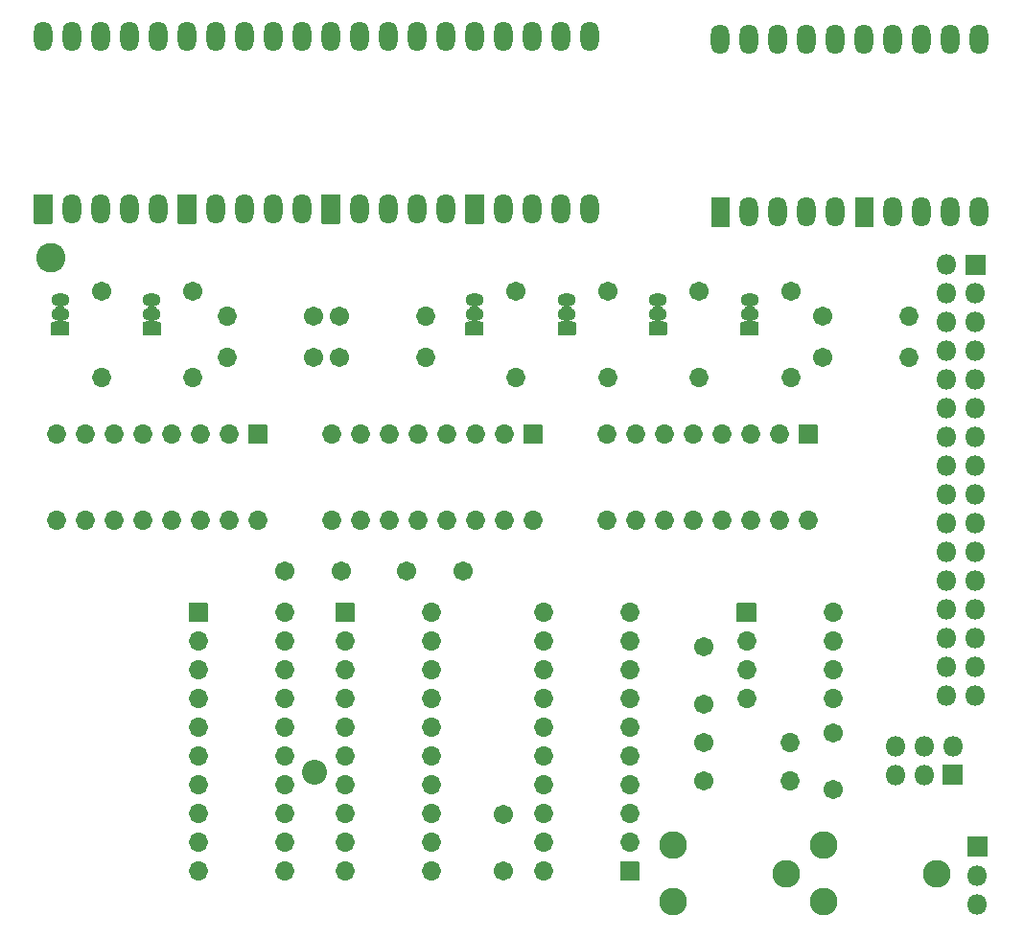
<source format=gts>
G04 #@! TF.GenerationSoftware,KiCad,Pcbnew,(5.1.9)-1*
G04 #@! TF.CreationDate,2022-12-05T11:19:59+00:00*
G04 #@! TF.ProjectId,AT_HEX,41545f48-4558-42e6-9b69-6361645f7063,rev?*
G04 #@! TF.SameCoordinates,Original*
G04 #@! TF.FileFunction,Soldermask,Top*
G04 #@! TF.FilePolarity,Negative*
%FSLAX46Y46*%
G04 Gerber Fmt 4.6, Leading zero omitted, Abs format (unit mm)*
G04 Created by KiCad (PCBNEW (5.1.9)-1) date 2022-12-05 11:19:59*
%MOMM*%
%LPD*%
G01*
G04 APERTURE LIST*
%ADD10C,2.202000*%
%ADD11C,2.602000*%
%ADD12C,1.702000*%
%ADD13O,1.626000X2.626000*%
%ADD14O,1.602000X1.152000*%
%ADD15O,1.702000X1.702000*%
%ADD16C,2.442000*%
%ADD17O,1.802000X1.802000*%
%ADD18C,0.100000*%
G04 APERTURE END LIST*
D10*
X160890000Y-104775000D03*
D11*
X137615000Y-59300000D03*
D12*
X169015000Y-87050000D03*
X174015000Y-87050000D03*
X158242000Y-87050000D03*
X163242000Y-87050000D03*
X177565000Y-108525000D03*
X177565000Y-113525000D03*
D13*
X209438000Y-40042000D03*
X211978000Y-40042000D03*
X214518000Y-40042000D03*
X217058000Y-40042000D03*
X219598000Y-40042000D03*
X219598000Y-55282000D03*
X217058000Y-55282000D03*
X214518000Y-55282000D03*
X211978000Y-55282000D03*
G36*
G01*
X208625000Y-56544000D02*
X208625000Y-54020000D01*
G75*
G02*
X208676000Y-53969000I51000J0D01*
G01*
X210200000Y-53969000D01*
G75*
G02*
X210251000Y-54020000I0J-51000D01*
G01*
X210251000Y-56544000D01*
G75*
G02*
X210200000Y-56595000I-51000J0D01*
G01*
X208676000Y-56595000D01*
G75*
G02*
X208625000Y-56544000I0J51000D01*
G01*
G37*
D12*
X195290000Y-98750000D03*
X195290000Y-93750000D03*
G36*
G01*
X175756000Y-66196000D02*
X174256000Y-66196000D01*
G75*
G02*
X174205000Y-66145000I0J51000D01*
G01*
X174205000Y-65095000D01*
G75*
G02*
X174256000Y-65044000I51000J0D01*
G01*
X175756000Y-65044000D01*
G75*
G02*
X175807000Y-65095000I0J-51000D01*
G01*
X175807000Y-66145000D01*
G75*
G02*
X175756000Y-66196000I-51000J0D01*
G01*
G37*
D14*
X175006000Y-63080000D03*
X175006000Y-64350000D03*
X183166000Y-64350000D03*
X183166000Y-63080000D03*
G36*
G01*
X183916000Y-66196000D02*
X182416000Y-66196000D01*
G75*
G02*
X182365000Y-66145000I0J51000D01*
G01*
X182365000Y-65095000D01*
G75*
G02*
X182416000Y-65044000I51000J0D01*
G01*
X183916000Y-65044000D01*
G75*
G02*
X183967000Y-65095000I0J-51000D01*
G01*
X183967000Y-66145000D01*
G75*
G02*
X183916000Y-66196000I-51000J0D01*
G01*
G37*
D15*
X202910000Y-105525000D03*
D12*
X195290000Y-105525000D03*
X195290000Y-102150000D03*
D15*
X202910000Y-102150000D03*
D12*
X186806000Y-62290000D03*
D15*
X186806000Y-69910000D03*
X153162000Y-64520000D03*
D12*
X160782000Y-64520000D03*
G36*
G01*
X189573000Y-112738000D02*
X189573000Y-114338000D01*
G75*
G02*
X189522000Y-114389000I-51000J0D01*
G01*
X187922000Y-114389000D01*
G75*
G02*
X187871000Y-114338000I0J51000D01*
G01*
X187871000Y-112738000D01*
G75*
G02*
X187922000Y-112687000I51000J0D01*
G01*
X189522000Y-112687000D01*
G75*
G02*
X189573000Y-112738000I0J-51000D01*
G01*
G37*
D15*
X181102000Y-90678000D03*
X188722000Y-110998000D03*
X181102000Y-93218000D03*
X188722000Y-108458000D03*
X181102000Y-95758000D03*
X188722000Y-105918000D03*
X181102000Y-98298000D03*
X188722000Y-103378000D03*
X181102000Y-100838000D03*
X188722000Y-100838000D03*
X181102000Y-103378000D03*
X188722000Y-98298000D03*
X181102000Y-105918000D03*
X188722000Y-95758000D03*
X181102000Y-108458000D03*
X188722000Y-93218000D03*
X181102000Y-110998000D03*
X188722000Y-90678000D03*
X181102000Y-113538000D03*
G36*
G01*
X198189000Y-91478000D02*
X198189000Y-89878000D01*
G75*
G02*
X198240000Y-89827000I51000J0D01*
G01*
X199840000Y-89827000D01*
G75*
G02*
X199891000Y-89878000I0J-51000D01*
G01*
X199891000Y-91478000D01*
G75*
G02*
X199840000Y-91529000I-51000J0D01*
G01*
X198240000Y-91529000D01*
G75*
G02*
X198189000Y-91478000I0J51000D01*
G01*
G37*
X206660000Y-98298000D03*
X199040000Y-93218000D03*
X206660000Y-95758000D03*
X199040000Y-95758000D03*
X206660000Y-93218000D03*
X199040000Y-98298000D03*
X206660000Y-90678000D03*
G36*
G01*
X139174000Y-66196000D02*
X137674000Y-66196000D01*
G75*
G02*
X137623000Y-66145000I0J51000D01*
G01*
X137623000Y-65095000D01*
G75*
G02*
X137674000Y-65044000I51000J0D01*
G01*
X139174000Y-65044000D01*
G75*
G02*
X139225000Y-65095000I0J-51000D01*
G01*
X139225000Y-66145000D01*
G75*
G02*
X139174000Y-66196000I-51000J0D01*
G01*
G37*
D14*
X138424000Y-63080000D03*
X138424000Y-64350000D03*
X146529333Y-64350000D03*
X146529333Y-63080000D03*
G36*
G01*
X147279333Y-66196000D02*
X145779333Y-66196000D01*
G75*
G02*
X145728333Y-66145000I0J51000D01*
G01*
X145728333Y-65095000D01*
G75*
G02*
X145779333Y-65044000I51000J0D01*
G01*
X147279333Y-65044000D01*
G75*
G02*
X147330333Y-65095000I0J-51000D01*
G01*
X147330333Y-66145000D01*
G75*
G02*
X147279333Y-66196000I-51000J0D01*
G01*
G37*
X191210666Y-64350000D03*
X191210666Y-63080000D03*
G36*
G01*
X191960666Y-66196000D02*
X190460666Y-66196000D01*
G75*
G02*
X190409666Y-66145000I0J51000D01*
G01*
X190409666Y-65095000D01*
G75*
G02*
X190460666Y-65044000I51000J0D01*
G01*
X191960666Y-65044000D01*
G75*
G02*
X192011666Y-65095000I0J-51000D01*
G01*
X192011666Y-66145000D01*
G75*
G02*
X191960666Y-66196000I-51000J0D01*
G01*
G37*
G36*
G01*
X200066000Y-66196000D02*
X198566000Y-66196000D01*
G75*
G02*
X198515000Y-66145000I0J51000D01*
G01*
X198515000Y-65095000D01*
G75*
G02*
X198566000Y-65044000I51000J0D01*
G01*
X200066000Y-65044000D01*
G75*
G02*
X200117000Y-65095000I0J-51000D01*
G01*
X200117000Y-66145000D01*
G75*
G02*
X200066000Y-66196000I-51000J0D01*
G01*
G37*
X199316000Y-63080000D03*
X199316000Y-64350000D03*
D12*
X160782000Y-68160000D03*
D15*
X153162000Y-68160000D03*
D12*
X142064000Y-62290000D03*
D15*
X142064000Y-69910000D03*
X150169333Y-69910000D03*
D12*
X150169333Y-62290000D03*
D15*
X213360000Y-64520000D03*
D12*
X205740000Y-64520000D03*
G36*
G01*
X203670000Y-74079000D02*
X205270000Y-74079000D01*
G75*
G02*
X205321000Y-74130000I0J-51000D01*
G01*
X205321000Y-75730000D01*
G75*
G02*
X205270000Y-75781000I-51000J0D01*
G01*
X203670000Y-75781000D01*
G75*
G02*
X203619000Y-75730000I0J51000D01*
G01*
X203619000Y-74130000D01*
G75*
G02*
X203670000Y-74079000I51000J0D01*
G01*
G37*
D15*
X186690000Y-82550000D03*
X201930000Y-74930000D03*
X189230000Y-82550000D03*
X199390000Y-74930000D03*
X191770000Y-82550000D03*
X196850000Y-74930000D03*
X194310000Y-82550000D03*
X194310000Y-74930000D03*
X196850000Y-82550000D03*
X191770000Y-74930000D03*
X199390000Y-82550000D03*
X189230000Y-74930000D03*
X201930000Y-82550000D03*
X186690000Y-74930000D03*
X204470000Y-82550000D03*
X180167000Y-82550000D03*
X162387000Y-74930000D03*
X177627000Y-82550000D03*
X164927000Y-74930000D03*
X175087000Y-82550000D03*
X167467000Y-74930000D03*
X172547000Y-82550000D03*
X170007000Y-74930000D03*
X170007000Y-82550000D03*
X172547000Y-74930000D03*
X167467000Y-82550000D03*
X175087000Y-74930000D03*
X164927000Y-82550000D03*
X177627000Y-74930000D03*
X162387000Y-82550000D03*
G36*
G01*
X179367000Y-74079000D02*
X180967000Y-74079000D01*
G75*
G02*
X181018000Y-74130000I0J-51000D01*
G01*
X181018000Y-75730000D01*
G75*
G02*
X180967000Y-75781000I-51000J0D01*
G01*
X179367000Y-75781000D01*
G75*
G02*
X179316000Y-75730000I0J51000D01*
G01*
X179316000Y-74130000D01*
G75*
G02*
X179367000Y-74079000I51000J0D01*
G01*
G37*
X170688000Y-68160000D03*
D12*
X163068000Y-68160000D03*
D15*
X170688000Y-64520000D03*
D12*
X163068000Y-64520000D03*
D15*
X178646000Y-69910000D03*
D12*
X178646000Y-62290000D03*
X205740000Y-68160000D03*
D15*
X213360000Y-68160000D03*
D12*
X194850666Y-62290000D03*
D15*
X194850666Y-69910000D03*
D12*
X202956000Y-62290000D03*
D15*
X202956000Y-69910000D03*
G36*
G01*
X155064000Y-74079000D02*
X156664000Y-74079000D01*
G75*
G02*
X156715000Y-74130000I0J-51000D01*
G01*
X156715000Y-75730000D01*
G75*
G02*
X156664000Y-75781000I-51000J0D01*
G01*
X155064000Y-75781000D01*
G75*
G02*
X155013000Y-75730000I0J51000D01*
G01*
X155013000Y-74130000D01*
G75*
G02*
X155064000Y-74079000I51000J0D01*
G01*
G37*
X138084000Y-82550000D03*
X153324000Y-74930000D03*
X140624000Y-82550000D03*
X150784000Y-74930000D03*
X143164000Y-82550000D03*
X148244000Y-74930000D03*
X145704000Y-82550000D03*
X145704000Y-74930000D03*
X148244000Y-82550000D03*
X143164000Y-74930000D03*
X150784000Y-82550000D03*
X140624000Y-74930000D03*
X153324000Y-82550000D03*
X138084000Y-74930000D03*
X155864000Y-82550000D03*
G36*
G01*
X162725000Y-91478000D02*
X162725000Y-89878000D01*
G75*
G02*
X162776000Y-89827000I51000J0D01*
G01*
X164376000Y-89827000D01*
G75*
G02*
X164427000Y-89878000I0J-51000D01*
G01*
X164427000Y-91478000D01*
G75*
G02*
X164376000Y-91529000I-51000J0D01*
G01*
X162776000Y-91529000D01*
G75*
G02*
X162725000Y-91478000I0J51000D01*
G01*
G37*
X171196000Y-113538000D03*
X163576000Y-93218000D03*
X171196000Y-110998000D03*
X163576000Y-95758000D03*
X171196000Y-108458000D03*
X163576000Y-98298000D03*
X171196000Y-105918000D03*
X163576000Y-100838000D03*
X171196000Y-103378000D03*
X163576000Y-103378000D03*
X171196000Y-100838000D03*
X163576000Y-105918000D03*
X171196000Y-98298000D03*
X163576000Y-108458000D03*
X171196000Y-95758000D03*
X163576000Y-110998000D03*
X171196000Y-93218000D03*
X163576000Y-113538000D03*
X171196000Y-90678000D03*
X158242000Y-90678000D03*
X150622000Y-113538000D03*
X158242000Y-93218000D03*
X150622000Y-110998000D03*
X158242000Y-95758000D03*
X150622000Y-108458000D03*
X158242000Y-98298000D03*
X150622000Y-105918000D03*
X158242000Y-100838000D03*
X150622000Y-103378000D03*
X158242000Y-103378000D03*
X150622000Y-100838000D03*
X158242000Y-105918000D03*
X150622000Y-98298000D03*
X158242000Y-108458000D03*
X150622000Y-95758000D03*
X158242000Y-110998000D03*
X150622000Y-93218000D03*
X158242000Y-113538000D03*
G36*
G01*
X149771000Y-91478000D02*
X149771000Y-89878000D01*
G75*
G02*
X149822000Y-89827000I51000J0D01*
G01*
X151422000Y-89827000D01*
G75*
G02*
X151473000Y-89878000I0J-51000D01*
G01*
X151473000Y-91478000D01*
G75*
G02*
X151422000Y-91529000I-51000J0D01*
G01*
X149822000Y-91529000D01*
G75*
G02*
X149771000Y-91478000I0J51000D01*
G01*
G37*
G36*
G01*
X136127000Y-56290000D02*
X136127000Y-53766000D01*
G75*
G02*
X136178000Y-53715000I51000J0D01*
G01*
X137702000Y-53715000D01*
G75*
G02*
X137753000Y-53766000I0J-51000D01*
G01*
X137753000Y-56290000D01*
G75*
G02*
X137702000Y-56341000I-51000J0D01*
G01*
X136178000Y-56341000D01*
G75*
G02*
X136127000Y-56290000I0J51000D01*
G01*
G37*
D13*
X139480000Y-55028000D03*
X142020000Y-55028000D03*
X144560000Y-55028000D03*
X147100000Y-55028000D03*
X147100000Y-39788000D03*
X144560000Y-39788000D03*
X142020000Y-39788000D03*
X139480000Y-39788000D03*
X136940000Y-39788000D03*
X149640000Y-39788000D03*
X152180000Y-39788000D03*
X154720000Y-39788000D03*
X157260000Y-39788000D03*
X159800000Y-39788000D03*
X159800000Y-55028000D03*
X157260000Y-55028000D03*
X154720000Y-55028000D03*
X152180000Y-55028000D03*
G36*
G01*
X148827000Y-56290000D02*
X148827000Y-53766000D01*
G75*
G02*
X148878000Y-53715000I51000J0D01*
G01*
X150402000Y-53715000D01*
G75*
G02*
X150453000Y-53766000I0J-51000D01*
G01*
X150453000Y-56290000D01*
G75*
G02*
X150402000Y-56341000I-51000J0D01*
G01*
X148878000Y-56341000D01*
G75*
G02*
X148827000Y-56290000I0J51000D01*
G01*
G37*
G36*
G01*
X161527000Y-56290000D02*
X161527000Y-53766000D01*
G75*
G02*
X161578000Y-53715000I51000J0D01*
G01*
X163102000Y-53715000D01*
G75*
G02*
X163153000Y-53766000I0J-51000D01*
G01*
X163153000Y-56290000D01*
G75*
G02*
X163102000Y-56341000I-51000J0D01*
G01*
X161578000Y-56341000D01*
G75*
G02*
X161527000Y-56290000I0J51000D01*
G01*
G37*
X164880000Y-55028000D03*
X167420000Y-55028000D03*
X169960000Y-55028000D03*
X172500000Y-55028000D03*
X172500000Y-39788000D03*
X169960000Y-39788000D03*
X167420000Y-39788000D03*
X164880000Y-39788000D03*
X162340000Y-39788000D03*
X175040000Y-39788000D03*
X177580000Y-39788000D03*
X180120000Y-39788000D03*
X182660000Y-39788000D03*
X185200000Y-39788000D03*
X185200000Y-55028000D03*
X182660000Y-55028000D03*
X180120000Y-55028000D03*
X177580000Y-55028000D03*
G36*
G01*
X174227000Y-56290000D02*
X174227000Y-53766000D01*
G75*
G02*
X174278000Y-53715000I51000J0D01*
G01*
X175802000Y-53715000D01*
G75*
G02*
X175853000Y-53766000I0J-51000D01*
G01*
X175853000Y-56290000D01*
G75*
G02*
X175802000Y-56341000I-51000J0D01*
G01*
X174278000Y-56341000D01*
G75*
G02*
X174227000Y-56290000I0J51000D01*
G01*
G37*
G36*
G01*
X195925000Y-56544000D02*
X195925000Y-54020000D01*
G75*
G02*
X195976000Y-53969000I51000J0D01*
G01*
X197500000Y-53969000D01*
G75*
G02*
X197551000Y-54020000I0J-51000D01*
G01*
X197551000Y-56544000D01*
G75*
G02*
X197500000Y-56595000I-51000J0D01*
G01*
X195976000Y-56595000D01*
G75*
G02*
X195925000Y-56544000I0J51000D01*
G01*
G37*
X199278000Y-55282000D03*
X201818000Y-55282000D03*
X204358000Y-55282000D03*
X206898000Y-55282000D03*
X206898000Y-40042000D03*
X204358000Y-40042000D03*
X201818000Y-40042000D03*
X199278000Y-40042000D03*
X196738000Y-40042000D03*
D12*
X206660000Y-101350000D03*
X206660000Y-106350000D03*
D16*
X192565000Y-116250000D03*
X202565000Y-113750000D03*
X192565000Y-111250000D03*
X205840000Y-111250000D03*
X215840000Y-113750000D03*
X205840000Y-116250000D03*
G36*
G01*
X220161000Y-59100000D02*
X220161000Y-60800000D01*
G75*
G02*
X220110000Y-60851000I-51000J0D01*
G01*
X218410000Y-60851000D01*
G75*
G02*
X218359000Y-60800000I0J51000D01*
G01*
X218359000Y-59100000D01*
G75*
G02*
X218410000Y-59049000I51000J0D01*
G01*
X220110000Y-59049000D01*
G75*
G02*
X220161000Y-59100000I0J-51000D01*
G01*
G37*
D17*
X216720000Y-59950000D03*
X219260000Y-62490000D03*
X216720000Y-62490000D03*
X219260000Y-65030000D03*
X216720000Y-65030000D03*
X219260000Y-67570000D03*
X216720000Y-67570000D03*
X219260000Y-70110000D03*
X216720000Y-70110000D03*
X219260000Y-72650000D03*
X216720000Y-72650000D03*
X219260000Y-75190000D03*
X216720000Y-75190000D03*
X219260000Y-77730000D03*
X216720000Y-77730000D03*
X219260000Y-80270000D03*
X216720000Y-80270000D03*
X219260000Y-82810000D03*
X216720000Y-82810000D03*
X219260000Y-85350000D03*
X216720000Y-85350000D03*
X219260000Y-87890000D03*
X216720000Y-87890000D03*
X219260000Y-90430000D03*
X216720000Y-90430000D03*
X219260000Y-92970000D03*
X216720000Y-92970000D03*
X219260000Y-95510000D03*
X216720000Y-95510000D03*
X219260000Y-98050000D03*
X216720000Y-98050000D03*
G36*
G01*
X216415000Y-104124000D02*
X218115000Y-104124000D01*
G75*
G02*
X218166000Y-104175000I0J-51000D01*
G01*
X218166000Y-105875000D01*
G75*
G02*
X218115000Y-105926000I-51000J0D01*
G01*
X216415000Y-105926000D01*
G75*
G02*
X216364000Y-105875000I0J51000D01*
G01*
X216364000Y-104175000D01*
G75*
G02*
X216415000Y-104124000I51000J0D01*
G01*
G37*
X217265000Y-102485000D03*
X214725000Y-105025000D03*
X214725000Y-102485000D03*
X212185000Y-105025000D03*
X212185000Y-102485000D03*
X219440000Y-116455000D03*
X219440000Y-113915000D03*
G36*
G01*
X218539000Y-112225000D02*
X218539000Y-110525000D01*
G75*
G02*
X218590000Y-110474000I51000J0D01*
G01*
X220290000Y-110474000D01*
G75*
G02*
X220341000Y-110525000I0J-51000D01*
G01*
X220341000Y-112225000D01*
G75*
G02*
X220290000Y-112276000I-51000J0D01*
G01*
X218590000Y-112276000D01*
G75*
G02*
X218539000Y-112225000I0J51000D01*
G01*
G37*
D18*
G36*
X191760340Y-64826390D02*
G01*
X191759781Y-64828130D01*
X191746935Y-64840976D01*
X191733540Y-64861024D01*
X191724313Y-64883297D01*
X191719609Y-64906948D01*
X191719609Y-64931054D01*
X191724313Y-64954704D01*
X191733540Y-64976978D01*
X191746934Y-64997025D01*
X191763981Y-65014072D01*
X191784029Y-65027467D01*
X191806302Y-65036694D01*
X191829999Y-65041407D01*
X191842104Y-65042002D01*
X191843785Y-65043086D01*
X191843687Y-65045084D01*
X191842006Y-65046000D01*
X190579326Y-65046000D01*
X190577594Y-65045000D01*
X190577594Y-65043000D01*
X190579130Y-65042010D01*
X190603317Y-65039628D01*
X190626392Y-65032628D01*
X190647656Y-65021263D01*
X190666293Y-65005968D01*
X190681588Y-64987331D01*
X190692953Y-64966067D01*
X190699953Y-64942992D01*
X190702316Y-64919001D01*
X190699953Y-64895010D01*
X190692953Y-64871935D01*
X190681588Y-64850671D01*
X190666261Y-64831995D01*
X190664789Y-64830661D01*
X190664177Y-64828757D01*
X190665520Y-64827275D01*
X190667075Y-64827415D01*
X190766009Y-64880298D01*
X190873689Y-64912962D01*
X190985760Y-64924000D01*
X191435572Y-64924000D01*
X191547643Y-64912962D01*
X191655323Y-64880298D01*
X191754558Y-64827255D01*
X191757098Y-64825170D01*
X191759072Y-64824844D01*
X191760340Y-64826390D01*
G37*
G36*
X138973674Y-64826390D02*
G01*
X138973115Y-64828130D01*
X138960269Y-64840976D01*
X138946874Y-64861024D01*
X138937647Y-64883297D01*
X138932943Y-64906948D01*
X138932943Y-64931054D01*
X138937647Y-64954704D01*
X138946874Y-64976978D01*
X138960268Y-64997025D01*
X138977315Y-65014072D01*
X138997363Y-65027467D01*
X139019636Y-65036694D01*
X139043333Y-65041407D01*
X139055438Y-65042002D01*
X139057119Y-65043086D01*
X139057021Y-65045084D01*
X139055340Y-65046000D01*
X137792660Y-65046000D01*
X137790928Y-65045000D01*
X137790928Y-65043000D01*
X137792464Y-65042010D01*
X137816651Y-65039628D01*
X137839726Y-65032628D01*
X137860990Y-65021263D01*
X137879627Y-65005968D01*
X137894922Y-64987331D01*
X137906287Y-64966067D01*
X137913287Y-64942992D01*
X137915650Y-64919001D01*
X137913287Y-64895010D01*
X137906287Y-64871935D01*
X137894922Y-64850671D01*
X137879595Y-64831995D01*
X137878123Y-64830661D01*
X137877511Y-64828757D01*
X137878854Y-64827275D01*
X137880409Y-64827415D01*
X137979343Y-64880298D01*
X138087023Y-64912962D01*
X138199094Y-64924000D01*
X138648906Y-64924000D01*
X138760977Y-64912962D01*
X138868657Y-64880298D01*
X138967892Y-64827255D01*
X138970432Y-64825170D01*
X138972406Y-64824844D01*
X138973674Y-64826390D01*
G37*
G36*
X183715674Y-64826390D02*
G01*
X183715115Y-64828130D01*
X183702269Y-64840976D01*
X183688874Y-64861024D01*
X183679647Y-64883297D01*
X183674943Y-64906948D01*
X183674943Y-64931054D01*
X183679647Y-64954704D01*
X183688874Y-64976978D01*
X183702268Y-64997025D01*
X183719315Y-65014072D01*
X183739363Y-65027467D01*
X183761636Y-65036694D01*
X183785333Y-65041407D01*
X183797438Y-65042002D01*
X183799119Y-65043086D01*
X183799021Y-65045084D01*
X183797340Y-65046000D01*
X182534660Y-65046000D01*
X182532928Y-65045000D01*
X182532928Y-65043000D01*
X182534464Y-65042010D01*
X182558651Y-65039628D01*
X182581726Y-65032628D01*
X182602990Y-65021263D01*
X182621627Y-65005968D01*
X182636922Y-64987331D01*
X182648287Y-64966067D01*
X182655287Y-64942992D01*
X182657650Y-64919001D01*
X182655287Y-64895010D01*
X182648287Y-64871935D01*
X182636922Y-64850671D01*
X182621595Y-64831995D01*
X182620123Y-64830661D01*
X182619511Y-64828757D01*
X182620854Y-64827275D01*
X182622409Y-64827415D01*
X182721343Y-64880298D01*
X182829023Y-64912962D01*
X182941094Y-64924000D01*
X183390906Y-64924000D01*
X183502977Y-64912962D01*
X183610657Y-64880298D01*
X183709892Y-64827255D01*
X183712432Y-64825170D01*
X183714406Y-64824844D01*
X183715674Y-64826390D01*
G37*
G36*
X175555674Y-64826390D02*
G01*
X175555115Y-64828130D01*
X175542269Y-64840976D01*
X175528874Y-64861024D01*
X175519647Y-64883297D01*
X175514943Y-64906948D01*
X175514943Y-64931054D01*
X175519647Y-64954704D01*
X175528874Y-64976978D01*
X175542268Y-64997025D01*
X175559315Y-65014072D01*
X175579363Y-65027467D01*
X175601636Y-65036694D01*
X175625333Y-65041407D01*
X175637438Y-65042002D01*
X175639119Y-65043086D01*
X175639021Y-65045084D01*
X175637340Y-65046000D01*
X174374660Y-65046000D01*
X174372928Y-65045000D01*
X174372928Y-65043000D01*
X174374464Y-65042010D01*
X174398651Y-65039628D01*
X174421726Y-65032628D01*
X174442990Y-65021263D01*
X174461627Y-65005968D01*
X174476922Y-64987331D01*
X174488287Y-64966067D01*
X174495287Y-64942992D01*
X174497650Y-64919001D01*
X174495287Y-64895010D01*
X174488287Y-64871935D01*
X174476922Y-64850671D01*
X174461595Y-64831995D01*
X174460123Y-64830661D01*
X174459511Y-64828757D01*
X174460854Y-64827275D01*
X174462409Y-64827415D01*
X174561343Y-64880298D01*
X174669023Y-64912962D01*
X174781094Y-64924000D01*
X175230906Y-64924000D01*
X175342977Y-64912962D01*
X175450657Y-64880298D01*
X175549892Y-64827255D01*
X175552432Y-64825170D01*
X175554406Y-64824844D01*
X175555674Y-64826390D01*
G37*
G36*
X147079007Y-64826390D02*
G01*
X147078448Y-64828130D01*
X147065602Y-64840976D01*
X147052207Y-64861024D01*
X147042980Y-64883297D01*
X147038276Y-64906948D01*
X147038276Y-64931054D01*
X147042980Y-64954704D01*
X147052207Y-64976978D01*
X147065601Y-64997025D01*
X147082648Y-65014072D01*
X147102696Y-65027467D01*
X147124969Y-65036694D01*
X147148666Y-65041407D01*
X147160771Y-65042002D01*
X147162452Y-65043086D01*
X147162354Y-65045084D01*
X147160673Y-65046000D01*
X145897993Y-65046000D01*
X145896261Y-65045000D01*
X145896261Y-65043000D01*
X145897797Y-65042010D01*
X145921984Y-65039628D01*
X145945059Y-65032628D01*
X145966323Y-65021263D01*
X145984960Y-65005968D01*
X146000255Y-64987331D01*
X146011620Y-64966067D01*
X146018620Y-64942992D01*
X146020983Y-64919001D01*
X146018620Y-64895010D01*
X146011620Y-64871935D01*
X146000255Y-64850671D01*
X145984928Y-64831995D01*
X145983456Y-64830661D01*
X145982844Y-64828757D01*
X145984187Y-64827275D01*
X145985742Y-64827415D01*
X146084676Y-64880298D01*
X146192356Y-64912962D01*
X146304427Y-64924000D01*
X146754239Y-64924000D01*
X146866310Y-64912962D01*
X146973990Y-64880298D01*
X147073225Y-64827255D01*
X147075765Y-64825170D01*
X147077739Y-64824844D01*
X147079007Y-64826390D01*
G37*
G36*
X199865674Y-64826390D02*
G01*
X199865115Y-64828130D01*
X199852269Y-64840976D01*
X199838874Y-64861024D01*
X199829647Y-64883297D01*
X199824943Y-64906948D01*
X199824943Y-64931054D01*
X199829647Y-64954704D01*
X199838874Y-64976978D01*
X199852268Y-64997025D01*
X199869315Y-65014072D01*
X199889363Y-65027467D01*
X199911636Y-65036694D01*
X199935333Y-65041407D01*
X199947438Y-65042002D01*
X199949119Y-65043086D01*
X199949021Y-65045084D01*
X199947340Y-65046000D01*
X198684660Y-65046000D01*
X198682928Y-65045000D01*
X198682928Y-65043000D01*
X198684464Y-65042010D01*
X198708651Y-65039628D01*
X198731726Y-65032628D01*
X198752990Y-65021263D01*
X198771627Y-65005968D01*
X198786922Y-64987331D01*
X198798287Y-64966067D01*
X198805287Y-64942992D01*
X198807650Y-64919001D01*
X198805287Y-64895010D01*
X198798287Y-64871935D01*
X198786922Y-64850671D01*
X198771595Y-64831995D01*
X198770123Y-64830661D01*
X198769511Y-64828757D01*
X198770854Y-64827275D01*
X198772409Y-64827415D01*
X198871343Y-64880298D01*
X198979023Y-64912962D01*
X199091094Y-64924000D01*
X199540906Y-64924000D01*
X199652977Y-64912962D01*
X199760657Y-64880298D01*
X199859892Y-64827255D01*
X199862432Y-64825170D01*
X199864406Y-64824844D01*
X199865674Y-64826390D01*
G37*
G36*
X190758733Y-63606409D02*
G01*
X190766009Y-63610298D01*
X190873689Y-63642962D01*
X190985760Y-63654000D01*
X191435572Y-63654000D01*
X191547643Y-63642962D01*
X191655323Y-63610298D01*
X191662599Y-63606409D01*
X191664598Y-63606475D01*
X191665541Y-63608238D01*
X191664653Y-63609836D01*
X191649548Y-63619929D01*
X191632501Y-63636976D01*
X191619106Y-63657024D01*
X191609880Y-63679298D01*
X191605176Y-63702948D01*
X191605176Y-63727054D01*
X191609881Y-63750704D01*
X191619107Y-63772978D01*
X191632502Y-63793025D01*
X191649549Y-63810072D01*
X191664653Y-63820164D01*
X191665538Y-63821958D01*
X191664427Y-63823621D01*
X191662599Y-63823591D01*
X191655323Y-63819702D01*
X191547643Y-63787038D01*
X191435572Y-63776000D01*
X190985760Y-63776000D01*
X190873689Y-63787038D01*
X190766009Y-63819702D01*
X190758733Y-63823591D01*
X190756734Y-63823525D01*
X190755791Y-63821762D01*
X190756679Y-63820164D01*
X190771784Y-63810071D01*
X190788831Y-63793024D01*
X190802226Y-63772976D01*
X190811452Y-63750702D01*
X190816156Y-63727052D01*
X190816156Y-63702946D01*
X190811451Y-63679296D01*
X190802225Y-63657022D01*
X190788830Y-63636975D01*
X190771783Y-63619928D01*
X190756679Y-63609836D01*
X190755794Y-63608042D01*
X190756905Y-63606379D01*
X190758733Y-63606409D01*
G37*
G36*
X137972067Y-63606409D02*
G01*
X137979343Y-63610298D01*
X138087023Y-63642962D01*
X138199094Y-63654000D01*
X138648906Y-63654000D01*
X138760977Y-63642962D01*
X138868657Y-63610298D01*
X138875933Y-63606409D01*
X138877932Y-63606475D01*
X138878875Y-63608238D01*
X138877987Y-63609836D01*
X138862882Y-63619929D01*
X138845835Y-63636976D01*
X138832440Y-63657024D01*
X138823214Y-63679298D01*
X138818510Y-63702948D01*
X138818510Y-63727054D01*
X138823215Y-63750704D01*
X138832441Y-63772978D01*
X138845836Y-63793025D01*
X138862883Y-63810072D01*
X138877987Y-63820164D01*
X138878872Y-63821958D01*
X138877761Y-63823621D01*
X138875933Y-63823591D01*
X138868657Y-63819702D01*
X138760977Y-63787038D01*
X138648906Y-63776000D01*
X138199094Y-63776000D01*
X138087023Y-63787038D01*
X137979343Y-63819702D01*
X137972067Y-63823591D01*
X137970068Y-63823525D01*
X137969125Y-63821762D01*
X137970013Y-63820164D01*
X137985118Y-63810071D01*
X138002165Y-63793024D01*
X138015560Y-63772976D01*
X138024786Y-63750702D01*
X138029490Y-63727052D01*
X138029490Y-63702946D01*
X138024785Y-63679296D01*
X138015559Y-63657022D01*
X138002164Y-63636975D01*
X137985117Y-63619928D01*
X137970013Y-63609836D01*
X137969128Y-63608042D01*
X137970239Y-63606379D01*
X137972067Y-63606409D01*
G37*
G36*
X146077400Y-63606409D02*
G01*
X146084676Y-63610298D01*
X146192356Y-63642962D01*
X146304427Y-63654000D01*
X146754239Y-63654000D01*
X146866310Y-63642962D01*
X146973990Y-63610298D01*
X146981266Y-63606409D01*
X146983265Y-63606475D01*
X146984208Y-63608238D01*
X146983320Y-63609836D01*
X146968215Y-63619929D01*
X146951168Y-63636976D01*
X146937773Y-63657024D01*
X146928547Y-63679298D01*
X146923843Y-63702948D01*
X146923843Y-63727054D01*
X146928548Y-63750704D01*
X146937774Y-63772978D01*
X146951169Y-63793025D01*
X146968216Y-63810072D01*
X146983320Y-63820164D01*
X146984205Y-63821958D01*
X146983094Y-63823621D01*
X146981266Y-63823591D01*
X146973990Y-63819702D01*
X146866310Y-63787038D01*
X146754239Y-63776000D01*
X146304427Y-63776000D01*
X146192356Y-63787038D01*
X146084676Y-63819702D01*
X146077400Y-63823591D01*
X146075401Y-63823525D01*
X146074458Y-63821762D01*
X146075346Y-63820164D01*
X146090451Y-63810071D01*
X146107498Y-63793024D01*
X146120893Y-63772976D01*
X146130119Y-63750702D01*
X146134823Y-63727052D01*
X146134823Y-63702946D01*
X146130118Y-63679296D01*
X146120892Y-63657022D01*
X146107497Y-63636975D01*
X146090450Y-63619928D01*
X146075346Y-63609836D01*
X146074461Y-63608042D01*
X146075572Y-63606379D01*
X146077400Y-63606409D01*
G37*
G36*
X198864067Y-63606409D02*
G01*
X198871343Y-63610298D01*
X198979023Y-63642962D01*
X199091094Y-63654000D01*
X199540906Y-63654000D01*
X199652977Y-63642962D01*
X199760657Y-63610298D01*
X199767933Y-63606409D01*
X199769932Y-63606475D01*
X199770875Y-63608238D01*
X199769987Y-63609836D01*
X199754882Y-63619929D01*
X199737835Y-63636976D01*
X199724440Y-63657024D01*
X199715214Y-63679298D01*
X199710510Y-63702948D01*
X199710510Y-63727054D01*
X199715215Y-63750704D01*
X199724441Y-63772978D01*
X199737836Y-63793025D01*
X199754883Y-63810072D01*
X199769987Y-63820164D01*
X199770872Y-63821958D01*
X199769761Y-63823621D01*
X199767933Y-63823591D01*
X199760657Y-63819702D01*
X199652977Y-63787038D01*
X199540906Y-63776000D01*
X199091094Y-63776000D01*
X198979023Y-63787038D01*
X198871343Y-63819702D01*
X198864067Y-63823591D01*
X198862068Y-63823525D01*
X198861125Y-63821762D01*
X198862013Y-63820164D01*
X198877118Y-63810071D01*
X198894165Y-63793024D01*
X198907560Y-63772976D01*
X198916786Y-63750702D01*
X198921490Y-63727052D01*
X198921490Y-63702946D01*
X198916785Y-63679296D01*
X198907559Y-63657022D01*
X198894164Y-63636975D01*
X198877117Y-63619928D01*
X198862013Y-63609836D01*
X198861128Y-63608042D01*
X198862239Y-63606379D01*
X198864067Y-63606409D01*
G37*
G36*
X174554067Y-63606409D02*
G01*
X174561343Y-63610298D01*
X174669023Y-63642962D01*
X174781094Y-63654000D01*
X175230906Y-63654000D01*
X175342977Y-63642962D01*
X175450657Y-63610298D01*
X175457933Y-63606409D01*
X175459932Y-63606475D01*
X175460875Y-63608238D01*
X175459987Y-63609836D01*
X175444882Y-63619929D01*
X175427835Y-63636976D01*
X175414440Y-63657024D01*
X175405214Y-63679298D01*
X175400510Y-63702948D01*
X175400510Y-63727054D01*
X175405215Y-63750704D01*
X175414441Y-63772978D01*
X175427836Y-63793025D01*
X175444883Y-63810072D01*
X175459987Y-63820164D01*
X175460872Y-63821958D01*
X175459761Y-63823621D01*
X175457933Y-63823591D01*
X175450657Y-63819702D01*
X175342977Y-63787038D01*
X175230906Y-63776000D01*
X174781094Y-63776000D01*
X174669023Y-63787038D01*
X174561343Y-63819702D01*
X174554067Y-63823591D01*
X174552068Y-63823525D01*
X174551125Y-63821762D01*
X174552013Y-63820164D01*
X174567118Y-63810071D01*
X174584165Y-63793024D01*
X174597560Y-63772976D01*
X174606786Y-63750702D01*
X174611490Y-63727052D01*
X174611490Y-63702946D01*
X174606785Y-63679296D01*
X174597559Y-63657022D01*
X174584164Y-63636975D01*
X174567117Y-63619928D01*
X174552013Y-63609836D01*
X174551128Y-63608042D01*
X174552239Y-63606379D01*
X174554067Y-63606409D01*
G37*
G36*
X182714067Y-63606409D02*
G01*
X182721343Y-63610298D01*
X182829023Y-63642962D01*
X182941094Y-63654000D01*
X183390906Y-63654000D01*
X183502977Y-63642962D01*
X183610657Y-63610298D01*
X183617933Y-63606409D01*
X183619932Y-63606475D01*
X183620875Y-63608238D01*
X183619987Y-63609836D01*
X183604882Y-63619929D01*
X183587835Y-63636976D01*
X183574440Y-63657024D01*
X183565214Y-63679298D01*
X183560510Y-63702948D01*
X183560510Y-63727054D01*
X183565215Y-63750704D01*
X183574441Y-63772978D01*
X183587836Y-63793025D01*
X183604883Y-63810072D01*
X183619987Y-63820164D01*
X183620872Y-63821958D01*
X183619761Y-63823621D01*
X183617933Y-63823591D01*
X183610657Y-63819702D01*
X183502977Y-63787038D01*
X183390906Y-63776000D01*
X182941094Y-63776000D01*
X182829023Y-63787038D01*
X182721343Y-63819702D01*
X182714067Y-63823591D01*
X182712068Y-63823525D01*
X182711125Y-63821762D01*
X182712013Y-63820164D01*
X182727118Y-63810071D01*
X182744165Y-63793024D01*
X182757560Y-63772976D01*
X182766786Y-63750702D01*
X182771490Y-63727052D01*
X182771490Y-63702946D01*
X182766785Y-63679296D01*
X182757559Y-63657022D01*
X182744164Y-63636975D01*
X182727117Y-63619928D01*
X182712013Y-63609836D01*
X182711128Y-63608042D01*
X182712239Y-63606379D01*
X182714067Y-63606409D01*
G37*
M02*

</source>
